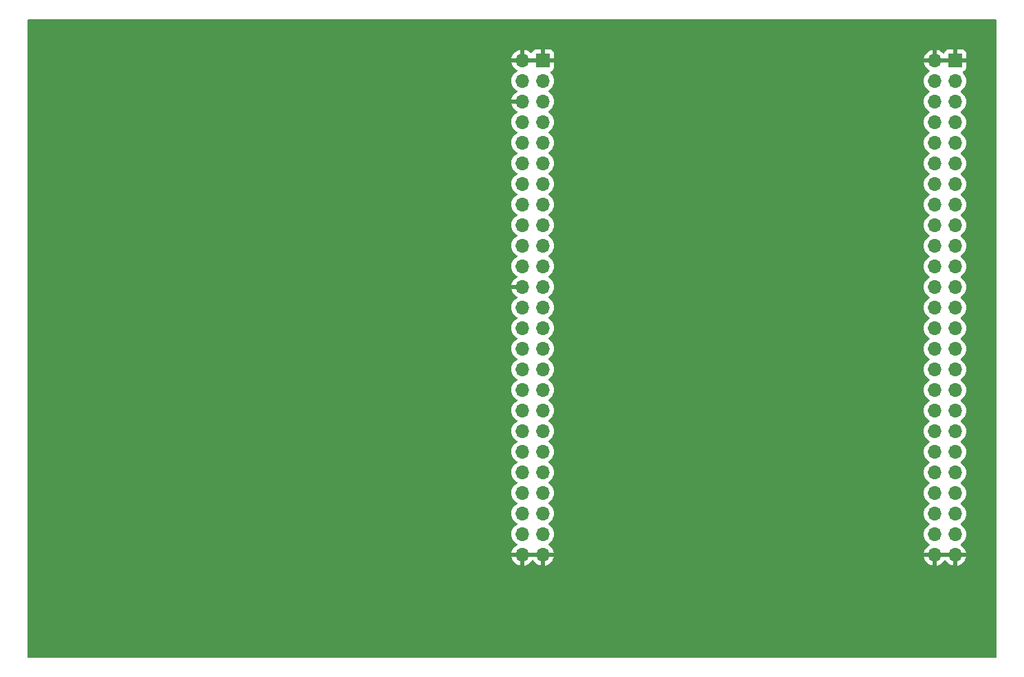
<source format=gbr>
%TF.GenerationSoftware,KiCad,Pcbnew,7.0.1*%
%TF.CreationDate,2023-05-30T20:42:55-06:00*%
%TF.ProjectId,Phase_D_STM_Shield,50686173-655f-4445-9f53-544d5f536869,rev?*%
%TF.SameCoordinates,Original*%
%TF.FileFunction,Copper,L2,Bot*%
%TF.FilePolarity,Positive*%
%FSLAX46Y46*%
G04 Gerber Fmt 4.6, Leading zero omitted, Abs format (unit mm)*
G04 Created by KiCad (PCBNEW 7.0.1) date 2023-05-30 20:42:55*
%MOMM*%
%LPD*%
G01*
G04 APERTURE LIST*
%TA.AperFunction,ComponentPad*%
%ADD10R,1.700000X1.700000*%
%TD*%
%TA.AperFunction,ComponentPad*%
%ADD11O,1.700000X1.700000*%
%TD*%
%TA.AperFunction,ViaPad*%
%ADD12C,0.800000*%
%TD*%
G04 APERTURE END LIST*
D10*
%TO.P,J2,1,Pin_1*%
%TO.N,GND*%
X210810000Y-43200000D03*
D11*
%TO.P,J2,2,Pin_2*%
X208270000Y-43200000D03*
%TO.P,J2,3,Pin_3*%
%TO.N,+5V*%
X210810000Y-45740000D03*
%TO.P,J2,4,Pin_4*%
X208270000Y-45740000D03*
%TO.P,J2,5,Pin_5*%
%TO.N,+3V0*%
X210810000Y-48280000D03*
%TO.P,J2,6,Pin_6*%
X208270000Y-48280000D03*
%TO.P,J2,7,Pin_7*%
%TO.N,unconnected-(J2-Pin_7-Pad7)*%
X210810000Y-50820000D03*
%TO.P,J2,8,Pin_8*%
%TO.N,unconnected-(J2-Pin_8-Pad8)*%
X208270000Y-50820000D03*
%TO.P,J2,9,Pin_9*%
%TO.N,unconnected-(J2-Pin_9-Pad9)*%
X210810000Y-53360000D03*
%TO.P,J2,10,Pin_10*%
%TO.N,unconnected-(J2-Pin_10-Pad10)*%
X208270000Y-53360000D03*
%TO.P,J2,11,Pin_11*%
%TO.N,unconnected-(J2-Pin_11-Pad11)*%
X210810000Y-55900000D03*
%TO.P,J2,12,Pin_12*%
%TO.N,unconnected-(J2-Pin_12-Pad12)*%
X208270000Y-55900000D03*
%TO.P,J2,13,Pin_13*%
%TO.N,unconnected-(J2-Pin_13-Pad13)*%
X210810000Y-58440000D03*
%TO.P,J2,14,Pin_14*%
%TO.N,unconnected-(J2-Pin_14-Pad14)*%
X208270000Y-58440000D03*
%TO.P,J2,15,Pin_15*%
%TO.N,unconnected-(J2-Pin_15-Pad15)*%
X210810000Y-60980000D03*
%TO.P,J2,16,Pin_16*%
%TO.N,unconnected-(J2-Pin_16-Pad16)*%
X208270000Y-60980000D03*
%TO.P,J2,17,Pin_17*%
%TO.N,unconnected-(J2-Pin_17-Pad17)*%
X210810000Y-63520000D03*
%TO.P,J2,18,Pin_18*%
%TO.N,unconnected-(J2-Pin_18-Pad18)*%
X208270000Y-63520000D03*
%TO.P,J2,19,Pin_19*%
%TO.N,unconnected-(J2-Pin_19-Pad19)*%
X210810000Y-66060000D03*
%TO.P,J2,20,Pin_20*%
%TO.N,unconnected-(J2-Pin_20-Pad20)*%
X208270000Y-66060000D03*
%TO.P,J2,21,Pin_21*%
%TO.N,unconnected-(J2-Pin_21-Pad21)*%
X210810000Y-68600000D03*
%TO.P,J2,22,Pin_22*%
%TO.N,unconnected-(J2-Pin_22-Pad22)*%
X208270000Y-68600000D03*
%TO.P,J2,23,Pin_23*%
%TO.N,unconnected-(J2-Pin_23-Pad23)*%
X210810000Y-71140000D03*
%TO.P,J2,24,Pin_24*%
%TO.N,unconnected-(J2-Pin_24-Pad24)*%
X208270000Y-71140000D03*
%TO.P,J2,25,Pin_25*%
%TO.N,unconnected-(J2-Pin_25-Pad25)*%
X210810000Y-73680000D03*
%TO.P,J2,26,Pin_26*%
%TO.N,unconnected-(J2-Pin_26-Pad26)*%
X208270000Y-73680000D03*
%TO.P,J2,27,Pin_27*%
%TO.N,unconnected-(J2-Pin_27-Pad27)*%
X210810000Y-76220000D03*
%TO.P,J2,28,Pin_28*%
%TO.N,unconnected-(J2-Pin_28-Pad28)*%
X208270000Y-76220000D03*
%TO.P,J2,29,Pin_29*%
%TO.N,unconnected-(J2-Pin_29-Pad29)*%
X210810000Y-78760000D03*
%TO.P,J2,30,Pin_30*%
%TO.N,unconnected-(J2-Pin_30-Pad30)*%
X208270000Y-78760000D03*
%TO.P,J2,31,Pin_31*%
%TO.N,unconnected-(J2-Pin_31-Pad31)*%
X210810000Y-81300000D03*
%TO.P,J2,32,Pin_32*%
%TO.N,unconnected-(J2-Pin_32-Pad32)*%
X208270000Y-81300000D03*
%TO.P,J2,33,Pin_33*%
%TO.N,unconnected-(J2-Pin_33-Pad33)*%
X210810000Y-83840000D03*
%TO.P,J2,34,Pin_34*%
%TO.N,unconnected-(J2-Pin_34-Pad34)*%
X208270000Y-83840000D03*
%TO.P,J2,35,Pin_35*%
%TO.N,unconnected-(J2-Pin_35-Pad35)*%
X210810000Y-86380000D03*
%TO.P,J2,36,Pin_36*%
%TO.N,unconnected-(J2-Pin_36-Pad36)*%
X208270000Y-86380000D03*
%TO.P,J2,37,Pin_37*%
%TO.N,unconnected-(J2-Pin_37-Pad37)*%
X210810000Y-88920000D03*
%TO.P,J2,38,Pin_38*%
%TO.N,unconnected-(J2-Pin_38-Pad38)*%
X208270000Y-88920000D03*
%TO.P,J2,39,Pin_39*%
%TO.N,unconnected-(J2-Pin_39-Pad39)*%
X210810000Y-91460000D03*
%TO.P,J2,40,Pin_40*%
%TO.N,unconnected-(J2-Pin_40-Pad40)*%
X208270000Y-91460000D03*
%TO.P,J2,41,Pin_41*%
%TO.N,unconnected-(J2-Pin_41-Pad41)*%
X210810000Y-94000000D03*
%TO.P,J2,42,Pin_42*%
%TO.N,unconnected-(J2-Pin_42-Pad42)*%
X208270000Y-94000000D03*
%TO.P,J2,43,Pin_43*%
%TO.N,unconnected-(J2-Pin_43-Pad43)*%
X210810000Y-96540000D03*
%TO.P,J2,44,Pin_44*%
%TO.N,unconnected-(J2-Pin_44-Pad44)*%
X208270000Y-96540000D03*
%TO.P,J2,45,Pin_45*%
%TO.N,unconnected-(J2-Pin_45-Pad45)*%
X210810000Y-99080000D03*
%TO.P,J2,46,Pin_46*%
%TO.N,unconnected-(J2-Pin_46-Pad46)*%
X208270000Y-99080000D03*
%TO.P,J2,47,Pin_47*%
%TO.N,unconnected-(J2-Pin_47-Pad47)*%
X210810000Y-101620000D03*
%TO.P,J2,48,Pin_48*%
%TO.N,unconnected-(J2-Pin_48-Pad48)*%
X208270000Y-101620000D03*
%TO.P,J2,49,Pin_49*%
%TO.N,GND*%
X210810000Y-104160000D03*
%TO.P,J2,50,Pin_50*%
X208270000Y-104160000D03*
%TD*%
D10*
%TO.P,J1,1,Pin_1*%
%TO.N,GND*%
X160020000Y-43180000D03*
D11*
%TO.P,J1,2,Pin_2*%
X157480000Y-43180000D03*
%TO.P,J1,3,Pin_3*%
%TO.N,unconnected-(J1-Pin_3-Pad3)*%
X160020000Y-45720000D03*
%TO.P,J1,4,Pin_4*%
%TO.N,unconnected-(J1-Pin_4-Pad4)*%
X157480000Y-45720000D03*
%TO.P,J1,5,Pin_5*%
%TO.N,unconnected-(J1-Pin_5-Pad5)*%
X160020000Y-48260000D03*
%TO.P,J1,6,Pin_6*%
%TO.N,GND*%
X157480000Y-48260000D03*
%TO.P,J1,7,Pin_7*%
%TO.N,unconnected-(J1-Pin_7-Pad7)*%
X160020000Y-50800000D03*
%TO.P,J1,8,Pin_8*%
%TO.N,unconnected-(J1-Pin_8-Pad8)*%
X157480000Y-50800000D03*
%TO.P,J1,9,Pin_9*%
%TO.N,unconnected-(J1-Pin_9-Pad9)*%
X160020000Y-53340000D03*
%TO.P,J1,10,Pin_10*%
%TO.N,unconnected-(J1-Pin_10-Pad10)*%
X157480000Y-53340000D03*
%TO.P,J1,11,Pin_11*%
%TO.N,unconnected-(J1-Pin_11-Pad11)*%
X160020000Y-55880000D03*
%TO.P,J1,12,Pin_12*%
%TO.N,RS*%
X157480000Y-55880000D03*
%TO.P,J1,13,Pin_13*%
%TO.N,RW*%
X160020000Y-58420000D03*
%TO.P,J1,14,Pin_14*%
%TO.N,E*%
X157480000Y-58420000D03*
%TO.P,J1,15,Pin_15*%
%TO.N,DB4*%
X160020000Y-60960000D03*
%TO.P,J1,16,Pin_16*%
%TO.N,DB5*%
X157480000Y-60960000D03*
%TO.P,J1,17,Pin_17*%
%TO.N,DB6*%
X160020000Y-63500000D03*
%TO.P,J1,18,Pin_18*%
%TO.N,DB7*%
X157480000Y-63500000D03*
%TO.P,J1,19,Pin_19*%
%TO.N,DHT*%
X160020000Y-66040000D03*
%TO.P,J1,20,Pin_20*%
%TO.N,unconnected-(J1-Pin_20-Pad20)*%
X157480000Y-66040000D03*
%TO.P,J1,21,Pin_21*%
%TO.N,unconnected-(J1-Pin_21-Pad21)*%
X160020000Y-68580000D03*
%TO.P,J1,22,Pin_22*%
%TO.N,unconnected-(J1-Pin_22-Pad22)*%
X157480000Y-68580000D03*
%TO.P,J1,23,Pin_23*%
%TO.N,unconnected-(J1-Pin_23-Pad23)*%
X160020000Y-71120000D03*
%TO.P,J1,24,Pin_24*%
%TO.N,GND*%
X157480000Y-71120000D03*
%TO.P,J1,25,Pin_25*%
%TO.N,unconnected-(J1-Pin_25-Pad25)*%
X160020000Y-73660000D03*
%TO.P,J1,26,Pin_26*%
%TO.N,unconnected-(J1-Pin_26-Pad26)*%
X157480000Y-73660000D03*
%TO.P,J1,27,Pin_27*%
%TO.N,unconnected-(J1-Pin_27-Pad27)*%
X160020000Y-76200000D03*
%TO.P,J1,28,Pin_28*%
%TO.N,unconnected-(J1-Pin_28-Pad28)*%
X157480000Y-76200000D03*
%TO.P,J1,29,Pin_29*%
%TO.N,unconnected-(J1-Pin_29-Pad29)*%
X160020000Y-78740000D03*
%TO.P,J1,30,Pin_30*%
%TO.N,unconnected-(J1-Pin_30-Pad30)*%
X157480000Y-78740000D03*
%TO.P,J1,31,Pin_31*%
%TO.N,unconnected-(J1-Pin_31-Pad31)*%
X160020000Y-81280000D03*
%TO.P,J1,32,Pin_32*%
%TO.N,unconnected-(J1-Pin_32-Pad32)*%
X157480000Y-81280000D03*
%TO.P,J1,33,Pin_33*%
%TO.N,unconnected-(J1-Pin_33-Pad33)*%
X160020000Y-83820000D03*
%TO.P,J1,34,Pin_34*%
%TO.N,unconnected-(J1-Pin_34-Pad34)*%
X157480000Y-83820000D03*
%TO.P,J1,35,Pin_35*%
%TO.N,unconnected-(J1-Pin_35-Pad35)*%
X160020000Y-86360000D03*
%TO.P,J1,36,Pin_36*%
%TO.N,unconnected-(J1-Pin_36-Pad36)*%
X157480000Y-86360000D03*
%TO.P,J1,37,Pin_37*%
%TO.N,unconnected-(J1-Pin_37-Pad37)*%
X160020000Y-88900000D03*
%TO.P,J1,38,Pin_38*%
%TO.N,unconnected-(J1-Pin_38-Pad38)*%
X157480000Y-88900000D03*
%TO.P,J1,39,Pin_39*%
%TO.N,unconnected-(J1-Pin_39-Pad39)*%
X160020000Y-91440000D03*
%TO.P,J1,40,Pin_40*%
%TO.N,unconnected-(J1-Pin_40-Pad40)*%
X157480000Y-91440000D03*
%TO.P,J1,41,Pin_41*%
%TO.N,unconnected-(J1-Pin_41-Pad41)*%
X160020000Y-93980000D03*
%TO.P,J1,42,Pin_42*%
%TO.N,unconnected-(J1-Pin_42-Pad42)*%
X157480000Y-93980000D03*
%TO.P,J1,43,Pin_43*%
%TO.N,unconnected-(J1-Pin_43-Pad43)*%
X160020000Y-96520000D03*
%TO.P,J1,44,Pin_44*%
%TO.N,unconnected-(J1-Pin_44-Pad44)*%
X157480000Y-96520000D03*
%TO.P,J1,45,Pin_45*%
%TO.N,unconnected-(J1-Pin_45-Pad45)*%
X160020000Y-99060000D03*
%TO.P,J1,46,Pin_46*%
%TO.N,unconnected-(J1-Pin_46-Pad46)*%
X157480000Y-99060000D03*
%TO.P,J1,47,Pin_47*%
%TO.N,unconnected-(J1-Pin_47-Pad47)*%
X160020000Y-101600000D03*
%TO.P,J1,48,Pin_48*%
%TO.N,unconnected-(J1-Pin_48-Pad48)*%
X157480000Y-101600000D03*
%TO.P,J1,49,Pin_49*%
%TO.N,GND*%
X160020000Y-104140000D03*
%TO.P,J1,50,Pin_50*%
X157480000Y-104140000D03*
%TD*%
D12*
%TO.N,GND*%
X132080000Y-43180000D03*
X154940000Y-73660000D03*
X154940000Y-104140000D03*
X121920000Y-99060000D03*
X111760000Y-43180000D03*
X213360000Y-104140000D03*
X213360000Y-43180000D03*
X104140000Y-81280000D03*
%TD*%
%TA.AperFunction,Conductor*%
%TO.N,GND*%
G36*
X215837500Y-38117113D02*
G01*
X215882887Y-38162500D01*
X215899500Y-38224500D01*
X215899500Y-116715500D01*
X215882887Y-116777500D01*
X215837500Y-116822887D01*
X215775500Y-116839500D01*
X96644500Y-116839500D01*
X96582500Y-116822887D01*
X96537113Y-116777500D01*
X96520500Y-116715500D01*
X96520500Y-104390000D01*
X156149364Y-104390000D01*
X156206569Y-104603492D01*
X156306399Y-104817576D01*
X156441893Y-105011081D01*
X156608918Y-105178106D01*
X156802423Y-105313600D01*
X157016507Y-105413430D01*
X157229999Y-105470635D01*
X157230000Y-105470636D01*
X157230000Y-104390000D01*
X157730000Y-104390000D01*
X157730000Y-105470635D01*
X157943492Y-105413430D01*
X158157576Y-105313600D01*
X158351081Y-105178106D01*
X158518106Y-105011081D01*
X158648425Y-104824968D01*
X158692743Y-104786103D01*
X158750000Y-104772092D01*
X158807257Y-104786103D01*
X158851575Y-104824968D01*
X158981893Y-105011081D01*
X159148918Y-105178106D01*
X159342423Y-105313600D01*
X159556507Y-105413430D01*
X159769999Y-105470635D01*
X159770000Y-105470636D01*
X159770000Y-104390000D01*
X160270000Y-104390000D01*
X160270000Y-105470635D01*
X160483492Y-105413430D01*
X160697576Y-105313600D01*
X160891081Y-105178106D01*
X161058106Y-105011081D01*
X161193600Y-104817576D01*
X161293430Y-104603492D01*
X161345277Y-104410000D01*
X206939364Y-104410000D01*
X206996569Y-104623492D01*
X207096399Y-104837576D01*
X207231893Y-105031081D01*
X207398918Y-105198106D01*
X207592423Y-105333600D01*
X207806507Y-105433430D01*
X208019999Y-105490635D01*
X208020000Y-105490636D01*
X208020000Y-104410000D01*
X208520000Y-104410000D01*
X208520000Y-105490635D01*
X208733492Y-105433430D01*
X208947576Y-105333600D01*
X209141081Y-105198106D01*
X209308106Y-105031081D01*
X209438425Y-104844968D01*
X209482743Y-104806103D01*
X209540000Y-104792092D01*
X209597257Y-104806103D01*
X209641575Y-104844968D01*
X209771893Y-105031081D01*
X209938918Y-105198106D01*
X210132423Y-105333600D01*
X210346507Y-105433430D01*
X210559999Y-105490635D01*
X210560000Y-105490636D01*
X210560000Y-104410000D01*
X211060000Y-104410000D01*
X211060000Y-105490635D01*
X211273492Y-105433430D01*
X211487576Y-105333600D01*
X211681081Y-105198106D01*
X211848106Y-105031081D01*
X211983600Y-104837576D01*
X212083430Y-104623492D01*
X212140636Y-104410000D01*
X211060000Y-104410000D01*
X210560000Y-104410000D01*
X208520000Y-104410000D01*
X208020000Y-104410000D01*
X206939364Y-104410000D01*
X161345277Y-104410000D01*
X161350636Y-104390000D01*
X160270000Y-104390000D01*
X159770000Y-104390000D01*
X157730000Y-104390000D01*
X157230000Y-104390000D01*
X156149364Y-104390000D01*
X96520500Y-104390000D01*
X96520500Y-101600000D01*
X156124340Y-101600000D01*
X156144936Y-101835407D01*
X156189709Y-102002501D01*
X156206097Y-102063663D01*
X156305965Y-102277830D01*
X156441505Y-102471401D01*
X156608599Y-102638495D01*
X156794597Y-102768732D01*
X156833460Y-102813048D01*
X156847471Y-102870305D01*
X156833461Y-102927561D01*
X156794595Y-102971880D01*
X156608919Y-103101892D01*
X156441890Y-103268921D01*
X156306400Y-103462421D01*
X156206569Y-103676507D01*
X156149364Y-103889999D01*
X156149364Y-103890000D01*
X161350636Y-103890000D01*
X161350635Y-103889999D01*
X161293430Y-103676507D01*
X161193599Y-103462421D01*
X161058109Y-103268921D01*
X160891081Y-103101893D01*
X160705404Y-102971880D01*
X160666539Y-102927562D01*
X160652528Y-102870305D01*
X160666539Y-102813048D01*
X160705402Y-102768732D01*
X160891401Y-102638495D01*
X161058495Y-102471401D01*
X161194035Y-102277830D01*
X161293903Y-102063663D01*
X161355063Y-101835408D01*
X161373909Y-101619999D01*
X206914340Y-101619999D01*
X206934936Y-101855407D01*
X206979709Y-102022502D01*
X206996097Y-102083663D01*
X207095965Y-102297830D01*
X207231505Y-102491401D01*
X207398599Y-102658495D01*
X207584597Y-102788732D01*
X207623460Y-102833048D01*
X207637471Y-102890305D01*
X207623461Y-102947561D01*
X207584595Y-102991880D01*
X207398919Y-103121892D01*
X207231890Y-103288921D01*
X207096400Y-103482421D01*
X206996569Y-103696507D01*
X206939364Y-103909999D01*
X206939364Y-103910000D01*
X212140636Y-103910000D01*
X212140635Y-103909999D01*
X212083430Y-103696507D01*
X211983599Y-103482421D01*
X211848109Y-103288921D01*
X211681081Y-103121893D01*
X211495404Y-102991880D01*
X211456539Y-102947562D01*
X211442528Y-102890305D01*
X211456539Y-102833048D01*
X211495402Y-102788732D01*
X211681401Y-102658495D01*
X211848495Y-102491401D01*
X211984035Y-102297830D01*
X212083903Y-102083663D01*
X212145063Y-101855408D01*
X212165659Y-101620000D01*
X212145063Y-101384592D01*
X212083903Y-101156337D01*
X211984035Y-100942171D01*
X211848495Y-100748599D01*
X211681401Y-100581505D01*
X211495839Y-100451573D01*
X211456975Y-100407257D01*
X211442964Y-100350000D01*
X211456975Y-100292743D01*
X211495839Y-100248426D01*
X211681401Y-100118495D01*
X211848495Y-99951401D01*
X211984035Y-99757830D01*
X212083903Y-99543663D01*
X212145063Y-99315408D01*
X212165659Y-99080000D01*
X212145063Y-98844592D01*
X212083903Y-98616337D01*
X211984035Y-98402171D01*
X211848495Y-98208599D01*
X211681401Y-98041505D01*
X211495839Y-97911573D01*
X211456975Y-97867257D01*
X211442964Y-97810000D01*
X211456975Y-97752743D01*
X211495839Y-97708426D01*
X211681401Y-97578495D01*
X211848495Y-97411401D01*
X211984035Y-97217830D01*
X212083903Y-97003663D01*
X212145063Y-96775408D01*
X212165659Y-96540000D01*
X212145063Y-96304592D01*
X212083903Y-96076337D01*
X211984035Y-95862171D01*
X211848495Y-95668599D01*
X211681401Y-95501505D01*
X211495839Y-95371573D01*
X211456974Y-95327255D01*
X211442964Y-95269999D01*
X211456975Y-95212742D01*
X211495837Y-95168428D01*
X211681401Y-95038495D01*
X211848495Y-94871401D01*
X211984035Y-94677830D01*
X212083903Y-94463663D01*
X212145063Y-94235408D01*
X212165659Y-94000000D01*
X212145063Y-93764592D01*
X212083903Y-93536337D01*
X211984035Y-93322171D01*
X211848495Y-93128599D01*
X211681401Y-92961505D01*
X211495839Y-92831573D01*
X211456974Y-92787255D01*
X211442964Y-92729999D01*
X211456975Y-92672742D01*
X211495837Y-92628428D01*
X211681401Y-92498495D01*
X211848495Y-92331401D01*
X211984035Y-92137830D01*
X212083903Y-91923663D01*
X212145063Y-91695408D01*
X212165659Y-91460000D01*
X212145063Y-91224592D01*
X212083903Y-90996337D01*
X211984035Y-90782171D01*
X211848495Y-90588599D01*
X211681401Y-90421505D01*
X211495839Y-90291573D01*
X211456974Y-90247255D01*
X211442964Y-90189999D01*
X211456975Y-90132742D01*
X211495837Y-90088428D01*
X211681401Y-89958495D01*
X211848495Y-89791401D01*
X211984035Y-89597830D01*
X212083903Y-89383663D01*
X212145063Y-89155408D01*
X212165659Y-88920000D01*
X212145063Y-88684592D01*
X212083903Y-88456337D01*
X211984035Y-88242171D01*
X211848495Y-88048599D01*
X211681401Y-87881505D01*
X211495839Y-87751573D01*
X211456975Y-87707257D01*
X211442964Y-87650000D01*
X211456975Y-87592743D01*
X211495839Y-87548426D01*
X211681401Y-87418495D01*
X211848495Y-87251401D01*
X211984035Y-87057830D01*
X212083903Y-86843663D01*
X212145063Y-86615408D01*
X212165659Y-86380000D01*
X212145063Y-86144592D01*
X212083903Y-85916337D01*
X211984035Y-85702171D01*
X211848495Y-85508599D01*
X211681401Y-85341505D01*
X211495839Y-85211573D01*
X211456974Y-85167255D01*
X211442964Y-85109999D01*
X211456975Y-85052742D01*
X211495837Y-85008428D01*
X211681401Y-84878495D01*
X211848495Y-84711401D01*
X211984035Y-84517830D01*
X212083903Y-84303663D01*
X212145063Y-84075408D01*
X212165659Y-83840000D01*
X212145063Y-83604592D01*
X212083903Y-83376337D01*
X211984035Y-83162171D01*
X211848495Y-82968599D01*
X211681401Y-82801505D01*
X211495839Y-82671573D01*
X211456975Y-82627257D01*
X211442964Y-82570000D01*
X211456975Y-82512743D01*
X211495839Y-82468426D01*
X211681401Y-82338495D01*
X211848495Y-82171401D01*
X211984035Y-81977830D01*
X212083903Y-81763663D01*
X212145063Y-81535408D01*
X212165659Y-81300000D01*
X212145063Y-81064592D01*
X212083903Y-80836337D01*
X211984035Y-80622171D01*
X211848495Y-80428599D01*
X211681401Y-80261505D01*
X211495839Y-80131573D01*
X211456975Y-80087257D01*
X211442964Y-80030000D01*
X211456975Y-79972743D01*
X211495839Y-79928426D01*
X211681401Y-79798495D01*
X211848495Y-79631401D01*
X211984035Y-79437830D01*
X212083903Y-79223663D01*
X212145063Y-78995408D01*
X212165659Y-78760000D01*
X212145063Y-78524592D01*
X212083903Y-78296337D01*
X211984035Y-78082171D01*
X211848495Y-77888599D01*
X211681401Y-77721505D01*
X211495839Y-77591573D01*
X211456975Y-77547257D01*
X211442964Y-77490000D01*
X211456975Y-77432743D01*
X211495839Y-77388426D01*
X211681401Y-77258495D01*
X211848495Y-77091401D01*
X211984035Y-76897830D01*
X212083903Y-76683663D01*
X212145063Y-76455408D01*
X212165659Y-76220000D01*
X212145063Y-75984592D01*
X212083903Y-75756337D01*
X211984035Y-75542171D01*
X211848495Y-75348599D01*
X211681401Y-75181505D01*
X211495839Y-75051573D01*
X211456975Y-75007257D01*
X211442964Y-74950000D01*
X211456975Y-74892743D01*
X211495839Y-74848426D01*
X211681401Y-74718495D01*
X211848495Y-74551401D01*
X211984035Y-74357830D01*
X212083903Y-74143663D01*
X212145063Y-73915408D01*
X212165659Y-73680000D01*
X212145063Y-73444592D01*
X212083903Y-73216337D01*
X211984035Y-73002171D01*
X211848495Y-72808599D01*
X211681401Y-72641505D01*
X211495839Y-72511573D01*
X211456976Y-72467257D01*
X211442965Y-72410000D01*
X211456976Y-72352743D01*
X211495839Y-72308426D01*
X211681401Y-72178495D01*
X211848495Y-72011401D01*
X211984035Y-71817830D01*
X212083903Y-71603663D01*
X212145063Y-71375408D01*
X212165659Y-71140000D01*
X212145063Y-70904592D01*
X212083903Y-70676337D01*
X211984035Y-70462171D01*
X211848495Y-70268599D01*
X211681401Y-70101505D01*
X211495839Y-69971573D01*
X211456975Y-69927257D01*
X211442964Y-69870000D01*
X211456975Y-69812743D01*
X211495839Y-69768426D01*
X211681401Y-69638495D01*
X211848495Y-69471401D01*
X211984035Y-69277830D01*
X212083903Y-69063663D01*
X212145063Y-68835408D01*
X212165659Y-68600000D01*
X212145063Y-68364592D01*
X212083903Y-68136337D01*
X211984035Y-67922171D01*
X211848495Y-67728599D01*
X211681401Y-67561505D01*
X211495839Y-67431573D01*
X211456975Y-67387257D01*
X211442964Y-67330000D01*
X211456975Y-67272743D01*
X211495839Y-67228426D01*
X211681401Y-67098495D01*
X211848495Y-66931401D01*
X211984035Y-66737830D01*
X212083903Y-66523663D01*
X212145063Y-66295408D01*
X212165659Y-66060000D01*
X212145063Y-65824592D01*
X212083903Y-65596337D01*
X211984035Y-65382171D01*
X211848495Y-65188599D01*
X211681401Y-65021505D01*
X211495839Y-64891573D01*
X211456974Y-64847255D01*
X211442964Y-64789999D01*
X211456975Y-64732742D01*
X211495837Y-64688428D01*
X211681401Y-64558495D01*
X211848495Y-64391401D01*
X211984035Y-64197830D01*
X212083903Y-63983663D01*
X212145063Y-63755408D01*
X212165659Y-63520000D01*
X212145063Y-63284592D01*
X212083903Y-63056337D01*
X211984035Y-62842171D01*
X211848495Y-62648599D01*
X211681401Y-62481505D01*
X211495839Y-62351573D01*
X211456975Y-62307257D01*
X211442964Y-62250000D01*
X211456975Y-62192743D01*
X211495839Y-62148426D01*
X211681401Y-62018495D01*
X211848495Y-61851401D01*
X211984035Y-61657830D01*
X212083903Y-61443663D01*
X212145063Y-61215408D01*
X212165659Y-60980000D01*
X212145063Y-60744592D01*
X212083903Y-60516337D01*
X211984035Y-60302171D01*
X211848495Y-60108599D01*
X211681401Y-59941505D01*
X211495839Y-59811573D01*
X211456975Y-59767257D01*
X211442964Y-59710000D01*
X211456975Y-59652743D01*
X211495839Y-59608426D01*
X211681401Y-59478495D01*
X211848495Y-59311401D01*
X211984035Y-59117830D01*
X212083903Y-58903663D01*
X212145063Y-58675408D01*
X212165659Y-58440000D01*
X212145063Y-58204592D01*
X212083903Y-57976337D01*
X211984035Y-57762171D01*
X211848495Y-57568599D01*
X211681401Y-57401505D01*
X211495839Y-57271573D01*
X211456976Y-57227257D01*
X211442965Y-57170000D01*
X211456976Y-57112743D01*
X211495839Y-57068426D01*
X211681401Y-56938495D01*
X211848495Y-56771401D01*
X211984035Y-56577830D01*
X212083903Y-56363663D01*
X212145063Y-56135408D01*
X212165659Y-55900000D01*
X212145063Y-55664592D01*
X212083903Y-55436337D01*
X211984035Y-55222171D01*
X211848495Y-55028599D01*
X211681401Y-54861505D01*
X211495839Y-54731573D01*
X211456974Y-54687255D01*
X211442964Y-54629999D01*
X211456975Y-54572742D01*
X211495837Y-54528428D01*
X211681401Y-54398495D01*
X211848495Y-54231401D01*
X211984035Y-54037830D01*
X212083903Y-53823663D01*
X212145063Y-53595408D01*
X212165659Y-53360000D01*
X212145063Y-53124592D01*
X212083903Y-52896337D01*
X211984035Y-52682171D01*
X211848495Y-52488599D01*
X211681401Y-52321505D01*
X211495839Y-52191573D01*
X211456975Y-52147257D01*
X211442964Y-52090000D01*
X211456975Y-52032743D01*
X211495839Y-51988426D01*
X211681401Y-51858495D01*
X211848495Y-51691401D01*
X211984035Y-51497830D01*
X212083903Y-51283663D01*
X212145063Y-51055408D01*
X212165659Y-50820000D01*
X212145063Y-50584592D01*
X212083903Y-50356337D01*
X211984035Y-50142171D01*
X211848495Y-49948599D01*
X211681401Y-49781505D01*
X211495839Y-49651573D01*
X211456975Y-49607257D01*
X211442964Y-49550000D01*
X211456975Y-49492743D01*
X211495839Y-49448426D01*
X211681401Y-49318495D01*
X211848495Y-49151401D01*
X211984035Y-48957830D01*
X212083903Y-48743663D01*
X212145063Y-48515408D01*
X212165659Y-48280000D01*
X212145063Y-48044592D01*
X212083903Y-47816337D01*
X211984035Y-47602171D01*
X211848495Y-47408599D01*
X211681401Y-47241505D01*
X211495839Y-47111573D01*
X211456974Y-47067255D01*
X211442964Y-47009999D01*
X211456975Y-46952742D01*
X211495837Y-46908428D01*
X211681401Y-46778495D01*
X211848495Y-46611401D01*
X211984035Y-46417830D01*
X212083903Y-46203663D01*
X212145063Y-45975408D01*
X212165659Y-45740000D01*
X212145063Y-45504592D01*
X212083903Y-45276337D01*
X211984035Y-45062171D01*
X211848495Y-44868599D01*
X211726181Y-44746285D01*
X211694885Y-44693539D01*
X211692696Y-44632246D01*
X211720149Y-44577401D01*
X211770528Y-44542422D01*
X211902089Y-44493352D01*
X212017188Y-44407188D01*
X212103352Y-44292089D01*
X212153597Y-44157375D01*
X212160000Y-44097824D01*
X212160000Y-43450000D01*
X206939364Y-43450000D01*
X206996569Y-43663492D01*
X207096399Y-43877576D01*
X207231893Y-44071081D01*
X207398918Y-44238106D01*
X207584595Y-44368119D01*
X207623460Y-44412437D01*
X207637471Y-44469694D01*
X207623460Y-44526951D01*
X207584595Y-44571269D01*
X207398595Y-44701508D01*
X207231505Y-44868598D01*
X207095965Y-45062170D01*
X206996097Y-45276336D01*
X206934936Y-45504592D01*
X206914340Y-45739999D01*
X206934936Y-45975407D01*
X206979709Y-46142501D01*
X206996097Y-46203663D01*
X207095965Y-46417830D01*
X207231505Y-46611401D01*
X207398599Y-46778495D01*
X207584160Y-46908426D01*
X207623024Y-46952743D01*
X207637035Y-47010000D01*
X207623024Y-47067257D01*
X207584160Y-47111574D01*
X207426610Y-47221892D01*
X207398595Y-47241508D01*
X207231505Y-47408598D01*
X207095965Y-47602170D01*
X206996097Y-47816336D01*
X206934936Y-48044592D01*
X206914340Y-48280000D01*
X206934936Y-48515407D01*
X206979709Y-48682501D01*
X206996097Y-48743663D01*
X207095965Y-48957830D01*
X207231505Y-49151401D01*
X207398599Y-49318495D01*
X207584160Y-49448426D01*
X207623024Y-49492743D01*
X207637035Y-49550000D01*
X207623024Y-49607257D01*
X207584159Y-49651575D01*
X207398595Y-49781508D01*
X207231505Y-49948598D01*
X207095965Y-50142170D01*
X206996097Y-50356336D01*
X206934936Y-50584592D01*
X206914340Y-50819999D01*
X206934936Y-51055407D01*
X206979709Y-51222501D01*
X206996097Y-51283663D01*
X207095965Y-51497830D01*
X207231505Y-51691401D01*
X207398599Y-51858495D01*
X207584160Y-51988426D01*
X207623024Y-52032743D01*
X207637035Y-52090000D01*
X207623024Y-52147257D01*
X207584159Y-52191575D01*
X207398595Y-52321508D01*
X207231505Y-52488598D01*
X207095965Y-52682170D01*
X206996097Y-52896336D01*
X206934936Y-53124592D01*
X206914340Y-53360000D01*
X206934936Y-53595407D01*
X206979709Y-53762501D01*
X206996097Y-53823663D01*
X207095965Y-54037830D01*
X207231505Y-54231401D01*
X207398599Y-54398495D01*
X207584160Y-54528426D01*
X207623024Y-54572743D01*
X207637035Y-54630000D01*
X207623024Y-54687257D01*
X207584159Y-54731575D01*
X207398595Y-54861508D01*
X207231505Y-55028598D01*
X207095965Y-55222170D01*
X206996097Y-55436336D01*
X206934936Y-55664592D01*
X206914340Y-55899999D01*
X206934936Y-56135407D01*
X206979709Y-56302502D01*
X206996097Y-56363663D01*
X207095965Y-56577830D01*
X207231505Y-56771401D01*
X207398599Y-56938495D01*
X207584160Y-57068426D01*
X207623024Y-57112743D01*
X207637035Y-57170000D01*
X207623024Y-57227257D01*
X207584159Y-57271575D01*
X207398595Y-57401508D01*
X207231505Y-57568598D01*
X207095965Y-57762170D01*
X206996097Y-57976336D01*
X206934936Y-58204592D01*
X206914340Y-58440000D01*
X206934936Y-58675407D01*
X206979709Y-58842501D01*
X206996097Y-58903663D01*
X207095965Y-59117830D01*
X207231505Y-59311401D01*
X207398599Y-59478495D01*
X207584160Y-59608426D01*
X207623024Y-59652743D01*
X207637035Y-59710000D01*
X207623024Y-59767257D01*
X207584159Y-59811575D01*
X207398595Y-59941508D01*
X207231505Y-60108598D01*
X207095965Y-60302170D01*
X206996097Y-60516336D01*
X206934936Y-60744592D01*
X206914340Y-60979999D01*
X206934936Y-61215407D01*
X206979709Y-61382502D01*
X206996097Y-61443663D01*
X207095965Y-61657830D01*
X207231505Y-61851401D01*
X207398599Y-62018495D01*
X207584160Y-62148426D01*
X207623024Y-62192743D01*
X207637035Y-62250000D01*
X207623024Y-62307257D01*
X207584159Y-62351575D01*
X207398595Y-62481508D01*
X207231505Y-62648598D01*
X207095965Y-62842170D01*
X206996097Y-63056336D01*
X206934936Y-63284592D01*
X206914340Y-63520000D01*
X206934936Y-63755407D01*
X206979709Y-63922501D01*
X206996097Y-63983663D01*
X207095965Y-64197830D01*
X207231505Y-64391401D01*
X207398599Y-64558495D01*
X207584160Y-64688426D01*
X207623024Y-64732743D01*
X207637035Y-64790000D01*
X207623024Y-64847257D01*
X207584159Y-64891575D01*
X207398595Y-65021508D01*
X207231505Y-65188598D01*
X207095965Y-65382170D01*
X206996097Y-65596336D01*
X206934936Y-65824592D01*
X206914340Y-66060000D01*
X206934936Y-66295407D01*
X206979709Y-66462501D01*
X206996097Y-66523663D01*
X207095965Y-66737830D01*
X207231505Y-66931401D01*
X207398599Y-67098495D01*
X207584160Y-67228426D01*
X207623024Y-67272743D01*
X207637035Y-67330000D01*
X207623024Y-67387257D01*
X207584159Y-67431575D01*
X207398595Y-67561508D01*
X207231505Y-67728598D01*
X207095965Y-67922170D01*
X206996097Y-68136336D01*
X206934936Y-68364592D01*
X206914340Y-68599999D01*
X206934936Y-68835407D01*
X206979709Y-69002501D01*
X206996097Y-69063663D01*
X207095965Y-69277830D01*
X207231505Y-69471401D01*
X207398599Y-69638495D01*
X207584160Y-69768426D01*
X207623024Y-69812743D01*
X207637035Y-69870000D01*
X207623024Y-69927257D01*
X207584158Y-69971575D01*
X207426610Y-70081892D01*
X207398595Y-70101508D01*
X207231505Y-70268598D01*
X207095965Y-70462170D01*
X206996097Y-70676336D01*
X206934936Y-70904592D01*
X206914340Y-71140000D01*
X206934936Y-71375407D01*
X206979709Y-71542502D01*
X206996097Y-71603663D01*
X207095965Y-71817830D01*
X207231505Y-72011401D01*
X207398599Y-72178495D01*
X207584160Y-72308426D01*
X207623024Y-72352743D01*
X207637035Y-72410000D01*
X207623024Y-72467257D01*
X207584159Y-72511575D01*
X207398595Y-72641508D01*
X207231505Y-72808598D01*
X207095965Y-73002170D01*
X206996097Y-73216336D01*
X206934936Y-73444592D01*
X206914340Y-73679999D01*
X206934936Y-73915407D01*
X206979709Y-74082501D01*
X206996097Y-74143663D01*
X207095965Y-74357830D01*
X207231505Y-74551401D01*
X207398599Y-74718495D01*
X207584160Y-74848426D01*
X207623024Y-74892743D01*
X207637035Y-74950000D01*
X207623024Y-75007257D01*
X207584159Y-75051575D01*
X207398595Y-75181508D01*
X207231505Y-75348598D01*
X207095965Y-75542170D01*
X206996097Y-75756336D01*
X206934936Y-75984592D01*
X206914340Y-76220000D01*
X206934936Y-76455407D01*
X206979709Y-76622502D01*
X206996097Y-76683663D01*
X207095965Y-76897830D01*
X207231505Y-77091401D01*
X207398599Y-77258495D01*
X207584160Y-77388426D01*
X207623024Y-77432743D01*
X207637035Y-77490000D01*
X207623024Y-77547257D01*
X207584159Y-77591575D01*
X207398595Y-77721508D01*
X207231505Y-77888598D01*
X207095965Y-78082170D01*
X206996097Y-78296336D01*
X206934936Y-78524592D01*
X206914340Y-78759999D01*
X206934936Y-78995407D01*
X206979709Y-79162502D01*
X206996097Y-79223663D01*
X207095965Y-79437830D01*
X207231505Y-79631401D01*
X207398599Y-79798495D01*
X207584160Y-79928426D01*
X207623024Y-79972743D01*
X207637035Y-80030000D01*
X207623024Y-80087257D01*
X207584159Y-80131575D01*
X207398595Y-80261508D01*
X207231505Y-80428598D01*
X207095965Y-80622170D01*
X206996097Y-80836336D01*
X206934936Y-81064592D01*
X206914340Y-81300000D01*
X206934936Y-81535407D01*
X206979709Y-81702502D01*
X206996097Y-81763663D01*
X207095965Y-81977830D01*
X207231505Y-82171401D01*
X207398599Y-82338495D01*
X207584160Y-82468426D01*
X207623024Y-82512743D01*
X207637035Y-82570000D01*
X207623024Y-82627257D01*
X207584159Y-82671575D01*
X207398595Y-82801508D01*
X207231505Y-82968598D01*
X207095965Y-83162170D01*
X206996097Y-83376336D01*
X206934936Y-83604592D01*
X206914340Y-83840000D01*
X206934936Y-84075407D01*
X206979709Y-84242501D01*
X206996097Y-84303663D01*
X207095965Y-84517830D01*
X207231505Y-84711401D01*
X207398599Y-84878495D01*
X207584160Y-85008426D01*
X207623024Y-85052743D01*
X207637035Y-85110000D01*
X207623024Y-85167257D01*
X207584159Y-85211575D01*
X207398595Y-85341508D01*
X207231505Y-85508598D01*
X207095965Y-85702170D01*
X206996097Y-85916336D01*
X206934936Y-86144592D01*
X206914340Y-86380000D01*
X206934936Y-86615407D01*
X206979709Y-86782502D01*
X206996097Y-86843663D01*
X207095965Y-87057830D01*
X207231505Y-87251401D01*
X207398599Y-87418495D01*
X207584160Y-87548426D01*
X207623024Y-87592743D01*
X207637035Y-87650000D01*
X207623024Y-87707257D01*
X207584159Y-87751575D01*
X207398595Y-87881508D01*
X207231505Y-88048598D01*
X207095965Y-88242170D01*
X206996097Y-88456336D01*
X206934936Y-88684592D01*
X206914340Y-88920000D01*
X206934936Y-89155407D01*
X206979709Y-89322501D01*
X206996097Y-89383663D01*
X207095965Y-89597830D01*
X207231505Y-89791401D01*
X207398599Y-89958495D01*
X207584160Y-90088426D01*
X207623024Y-90132743D01*
X207637035Y-90190000D01*
X207623024Y-90247257D01*
X207584159Y-90291575D01*
X207398595Y-90421508D01*
X207231505Y-90588598D01*
X207095965Y-90782170D01*
X206996097Y-90996336D01*
X206934936Y-91224592D01*
X206914340Y-91459999D01*
X206934936Y-91695407D01*
X206979709Y-91862502D01*
X206996097Y-91923663D01*
X207095965Y-92137830D01*
X207231505Y-92331401D01*
X207398599Y-92498495D01*
X207584160Y-92628426D01*
X207623024Y-92672743D01*
X207637035Y-92730000D01*
X207623024Y-92787257D01*
X207584159Y-92831575D01*
X207398595Y-92961508D01*
X207231505Y-93128598D01*
X207095965Y-93322170D01*
X206996097Y-93536336D01*
X206934936Y-93764592D01*
X206914340Y-94000000D01*
X206934936Y-94235407D01*
X206979709Y-94402501D01*
X206996097Y-94463663D01*
X207095965Y-94677830D01*
X207231505Y-94871401D01*
X207398599Y-95038495D01*
X207584160Y-95168426D01*
X207623024Y-95212743D01*
X207637035Y-95270000D01*
X207623024Y-95327257D01*
X207584159Y-95371575D01*
X207398595Y-95501508D01*
X207231505Y-95668598D01*
X207095965Y-95862170D01*
X206996097Y-96076336D01*
X206934936Y-96304592D01*
X206914340Y-96539999D01*
X206934936Y-96775407D01*
X206979709Y-96942502D01*
X206996097Y-97003663D01*
X207095965Y-97217830D01*
X207231505Y-97411401D01*
X207398599Y-97578495D01*
X207584160Y-97708426D01*
X207623024Y-97752743D01*
X207637035Y-97810000D01*
X207623024Y-97867257D01*
X207584159Y-97911575D01*
X207398595Y-98041508D01*
X207231505Y-98208598D01*
X207095965Y-98402170D01*
X206996097Y-98616336D01*
X206934936Y-98844592D01*
X206914340Y-99080000D01*
X206934936Y-99315407D01*
X206979709Y-99482502D01*
X206996097Y-99543663D01*
X207095965Y-99757830D01*
X207231505Y-99951401D01*
X207398599Y-100118495D01*
X207584160Y-100248426D01*
X207623024Y-100292743D01*
X207637035Y-100350000D01*
X207623024Y-100407257D01*
X207584159Y-100451575D01*
X207398595Y-100581508D01*
X207231505Y-100748598D01*
X207095965Y-100942170D01*
X206996097Y-101156336D01*
X206934936Y-101384592D01*
X206914340Y-101619999D01*
X161373909Y-101619999D01*
X161375659Y-101600000D01*
X161355063Y-101364592D01*
X161293903Y-101136337D01*
X161194035Y-100922171D01*
X161058495Y-100728599D01*
X160891401Y-100561505D01*
X160705839Y-100431573D01*
X160666974Y-100387255D01*
X160652964Y-100329999D01*
X160666975Y-100272742D01*
X160705837Y-100228428D01*
X160891401Y-100098495D01*
X161058495Y-99931401D01*
X161194035Y-99737830D01*
X161293903Y-99523663D01*
X161355063Y-99295408D01*
X161375659Y-99060000D01*
X161355063Y-98824592D01*
X161293903Y-98596337D01*
X161194035Y-98382171D01*
X161058495Y-98188599D01*
X160891401Y-98021505D01*
X160705839Y-97891573D01*
X160666976Y-97847257D01*
X160652965Y-97790000D01*
X160666976Y-97732743D01*
X160705839Y-97688426D01*
X160891401Y-97558495D01*
X161058495Y-97391401D01*
X161194035Y-97197830D01*
X161293903Y-96983663D01*
X161355063Y-96755408D01*
X161375659Y-96520000D01*
X161355063Y-96284592D01*
X161293903Y-96056337D01*
X161194035Y-95842171D01*
X161058495Y-95648599D01*
X160891401Y-95481505D01*
X160705839Y-95351573D01*
X160666975Y-95307257D01*
X160652964Y-95250000D01*
X160666975Y-95192743D01*
X160705839Y-95148426D01*
X160891401Y-95018495D01*
X161058495Y-94851401D01*
X161194035Y-94657830D01*
X161293903Y-94443663D01*
X161355063Y-94215408D01*
X161375659Y-93980000D01*
X161355063Y-93744592D01*
X161293903Y-93516337D01*
X161194035Y-93302171D01*
X161058495Y-93108599D01*
X160891401Y-92941505D01*
X160705839Y-92811573D01*
X160666974Y-92767255D01*
X160652964Y-92709999D01*
X160666975Y-92652742D01*
X160705837Y-92608428D01*
X160891401Y-92478495D01*
X161058495Y-92311401D01*
X161194035Y-92117830D01*
X161293903Y-91903663D01*
X161355063Y-91675408D01*
X161375659Y-91440000D01*
X161355063Y-91204592D01*
X161293903Y-90976337D01*
X161194035Y-90762171D01*
X161058495Y-90568599D01*
X160891401Y-90401505D01*
X160705839Y-90271573D01*
X160666975Y-90227257D01*
X160652964Y-90170000D01*
X160666975Y-90112743D01*
X160705839Y-90068426D01*
X160891401Y-89938495D01*
X161058495Y-89771401D01*
X161194035Y-89577830D01*
X161293903Y-89363663D01*
X161355063Y-89135408D01*
X161375659Y-88900000D01*
X161355063Y-88664592D01*
X161293903Y-88436337D01*
X161194035Y-88222171D01*
X161058495Y-88028599D01*
X160891401Y-87861505D01*
X160705839Y-87731573D01*
X160666975Y-87687257D01*
X160652964Y-87630000D01*
X160666975Y-87572743D01*
X160705839Y-87528426D01*
X160891401Y-87398495D01*
X161058495Y-87231401D01*
X161194035Y-87037830D01*
X161293903Y-86823663D01*
X161355063Y-86595408D01*
X161375659Y-86360000D01*
X161355063Y-86124592D01*
X161293903Y-85896337D01*
X161194035Y-85682171D01*
X161058495Y-85488599D01*
X160891401Y-85321505D01*
X160705839Y-85191573D01*
X160666975Y-85147257D01*
X160652964Y-85090000D01*
X160666975Y-85032743D01*
X160705839Y-84988426D01*
X160891401Y-84858495D01*
X161058495Y-84691401D01*
X161194035Y-84497830D01*
X161293903Y-84283663D01*
X161355063Y-84055408D01*
X161375659Y-83820000D01*
X161355063Y-83584592D01*
X161293903Y-83356337D01*
X161194035Y-83142171D01*
X161058495Y-82948599D01*
X160891401Y-82781505D01*
X160705839Y-82651573D01*
X160666975Y-82607257D01*
X160652964Y-82550000D01*
X160666975Y-82492743D01*
X160705839Y-82448426D01*
X160891401Y-82318495D01*
X161058495Y-82151401D01*
X161194035Y-81957830D01*
X161293903Y-81743663D01*
X161355063Y-81515408D01*
X161375659Y-81280000D01*
X161355063Y-81044592D01*
X161293903Y-80816337D01*
X161194035Y-80602171D01*
X161058495Y-80408599D01*
X160891401Y-80241505D01*
X160705839Y-80111573D01*
X160666976Y-80067257D01*
X160652965Y-80010000D01*
X160666976Y-79952743D01*
X160705839Y-79908426D01*
X160891401Y-79778495D01*
X161058495Y-79611401D01*
X161194035Y-79417830D01*
X161293903Y-79203663D01*
X161355063Y-78975408D01*
X161375659Y-78740000D01*
X161355063Y-78504592D01*
X161293903Y-78276337D01*
X161194035Y-78062171D01*
X161058495Y-77868599D01*
X160891401Y-77701505D01*
X160705839Y-77571573D01*
X160666975Y-77527257D01*
X160652964Y-77470000D01*
X160666975Y-77412743D01*
X160705839Y-77368426D01*
X160891401Y-77238495D01*
X161058495Y-77071401D01*
X161194035Y-76877830D01*
X161293903Y-76663663D01*
X161355063Y-76435408D01*
X161375659Y-76200000D01*
X161355063Y-75964592D01*
X161293903Y-75736337D01*
X161194035Y-75522171D01*
X161058495Y-75328599D01*
X160891401Y-75161505D01*
X160705839Y-75031573D01*
X160666975Y-74987257D01*
X160652964Y-74930000D01*
X160666975Y-74872743D01*
X160705839Y-74828426D01*
X160891401Y-74698495D01*
X161058495Y-74531401D01*
X161194035Y-74337830D01*
X161293903Y-74123663D01*
X161355063Y-73895408D01*
X161375659Y-73660000D01*
X161355063Y-73424592D01*
X161293903Y-73196337D01*
X161194035Y-72982171D01*
X161058495Y-72788599D01*
X160891401Y-72621505D01*
X160705839Y-72491573D01*
X160666975Y-72447257D01*
X160652964Y-72390000D01*
X160666975Y-72332743D01*
X160705839Y-72288426D01*
X160891401Y-72158495D01*
X161058495Y-71991401D01*
X161194035Y-71797830D01*
X161293903Y-71583663D01*
X161355063Y-71355408D01*
X161375659Y-71120000D01*
X161355063Y-70884592D01*
X161293903Y-70656337D01*
X161194035Y-70442171D01*
X161058495Y-70248599D01*
X160891401Y-70081505D01*
X160705839Y-69951573D01*
X160666975Y-69907257D01*
X160652964Y-69850000D01*
X160666975Y-69792743D01*
X160705839Y-69748426D01*
X160891401Y-69618495D01*
X161058495Y-69451401D01*
X161194035Y-69257830D01*
X161293903Y-69043663D01*
X161355063Y-68815408D01*
X161375659Y-68580000D01*
X161355063Y-68344592D01*
X161293903Y-68116337D01*
X161194035Y-67902171D01*
X161058495Y-67708599D01*
X160891401Y-67541505D01*
X160705839Y-67411573D01*
X160666975Y-67367257D01*
X160652964Y-67310000D01*
X160666975Y-67252743D01*
X160705839Y-67208426D01*
X160891401Y-67078495D01*
X161058495Y-66911401D01*
X161194035Y-66717830D01*
X161293903Y-66503663D01*
X161355063Y-66275408D01*
X161375659Y-66040000D01*
X161355063Y-65804592D01*
X161293903Y-65576337D01*
X161194035Y-65362171D01*
X161058495Y-65168599D01*
X160891401Y-65001505D01*
X160705839Y-64871573D01*
X160666976Y-64827257D01*
X160652965Y-64770000D01*
X160666976Y-64712743D01*
X160705839Y-64668426D01*
X160891401Y-64538495D01*
X161058495Y-64371401D01*
X161194035Y-64177830D01*
X161293903Y-63963663D01*
X161355063Y-63735408D01*
X161375659Y-63500000D01*
X161355063Y-63264592D01*
X161293903Y-63036337D01*
X161194035Y-62822171D01*
X161058495Y-62628599D01*
X160891401Y-62461505D01*
X160705839Y-62331573D01*
X160666974Y-62287255D01*
X160652964Y-62229999D01*
X160666975Y-62172742D01*
X160705837Y-62128428D01*
X160891401Y-61998495D01*
X161058495Y-61831401D01*
X161194035Y-61637830D01*
X161293903Y-61423663D01*
X161355063Y-61195408D01*
X161375659Y-60960000D01*
X161355063Y-60724592D01*
X161293903Y-60496337D01*
X161194035Y-60282171D01*
X161058495Y-60088599D01*
X160891401Y-59921505D01*
X160705839Y-59791573D01*
X160666975Y-59747257D01*
X160652964Y-59690000D01*
X160666975Y-59632743D01*
X160705839Y-59588426D01*
X160891401Y-59458495D01*
X161058495Y-59291401D01*
X161194035Y-59097830D01*
X161293903Y-58883663D01*
X161355063Y-58655408D01*
X161375659Y-58420000D01*
X161355063Y-58184592D01*
X161293903Y-57956337D01*
X161194035Y-57742171D01*
X161058495Y-57548599D01*
X160891401Y-57381505D01*
X160705839Y-57251573D01*
X160666975Y-57207257D01*
X160652964Y-57150000D01*
X160666975Y-57092743D01*
X160705839Y-57048426D01*
X160891401Y-56918495D01*
X161058495Y-56751401D01*
X161194035Y-56557830D01*
X161293903Y-56343663D01*
X161355063Y-56115408D01*
X161375659Y-55880000D01*
X161355063Y-55644592D01*
X161293903Y-55416337D01*
X161194035Y-55202171D01*
X161058495Y-55008599D01*
X160891401Y-54841505D01*
X160705839Y-54711573D01*
X160666974Y-54667255D01*
X160652964Y-54609999D01*
X160666975Y-54552742D01*
X160705837Y-54508428D01*
X160891401Y-54378495D01*
X161058495Y-54211401D01*
X161194035Y-54017830D01*
X161293903Y-53803663D01*
X161355063Y-53575408D01*
X161375659Y-53340000D01*
X161355063Y-53104592D01*
X161293903Y-52876337D01*
X161194035Y-52662171D01*
X161058495Y-52468599D01*
X160891401Y-52301505D01*
X160705839Y-52171573D01*
X160666975Y-52127257D01*
X160652964Y-52070000D01*
X160666975Y-52012743D01*
X160705839Y-51968426D01*
X160891401Y-51838495D01*
X161058495Y-51671401D01*
X161194035Y-51477830D01*
X161293903Y-51263663D01*
X161355063Y-51035408D01*
X161375659Y-50800000D01*
X161355063Y-50564592D01*
X161293903Y-50336337D01*
X161194035Y-50122171D01*
X161058495Y-49928599D01*
X160891401Y-49761505D01*
X160705839Y-49631573D01*
X160666975Y-49587257D01*
X160652964Y-49530000D01*
X160666975Y-49472743D01*
X160705839Y-49428426D01*
X160891401Y-49298495D01*
X161058495Y-49131401D01*
X161194035Y-48937830D01*
X161293903Y-48723663D01*
X161355063Y-48495408D01*
X161375659Y-48260000D01*
X161355063Y-48024592D01*
X161293903Y-47796337D01*
X161194035Y-47582171D01*
X161058495Y-47388599D01*
X160891401Y-47221505D01*
X160705839Y-47091573D01*
X160666975Y-47047257D01*
X160652964Y-46990000D01*
X160666975Y-46932743D01*
X160705839Y-46888426D01*
X160891401Y-46758495D01*
X161058495Y-46591401D01*
X161194035Y-46397830D01*
X161293903Y-46183663D01*
X161355063Y-45955408D01*
X161375659Y-45720000D01*
X161355063Y-45484592D01*
X161293903Y-45256337D01*
X161194035Y-45042171D01*
X161058495Y-44848599D01*
X160936181Y-44726284D01*
X160904885Y-44673539D01*
X160902696Y-44612246D01*
X160930149Y-44557401D01*
X160980528Y-44522422D01*
X161112089Y-44473352D01*
X161227188Y-44387188D01*
X161313352Y-44272089D01*
X161363597Y-44137375D01*
X161370000Y-44077824D01*
X161370000Y-43430000D01*
X156149364Y-43430000D01*
X156206569Y-43643492D01*
X156306399Y-43857576D01*
X156441893Y-44051081D01*
X156608918Y-44218106D01*
X156794595Y-44348119D01*
X156833460Y-44392437D01*
X156847471Y-44449694D01*
X156833460Y-44506951D01*
X156794595Y-44551269D01*
X156608595Y-44681508D01*
X156441505Y-44848598D01*
X156305965Y-45042170D01*
X156206097Y-45256336D01*
X156144936Y-45484592D01*
X156124340Y-45719999D01*
X156144936Y-45955407D01*
X156189709Y-46122501D01*
X156206097Y-46183663D01*
X156305965Y-46397830D01*
X156441505Y-46591401D01*
X156608599Y-46758495D01*
X156794597Y-46888732D01*
X156833460Y-46933048D01*
X156847471Y-46990305D01*
X156833461Y-47047561D01*
X156794595Y-47091880D01*
X156608919Y-47221892D01*
X156441890Y-47388921D01*
X156306400Y-47582421D01*
X156206569Y-47796507D01*
X156149364Y-48009999D01*
X156149364Y-48010000D01*
X157606000Y-48010000D01*
X157668000Y-48026613D01*
X157713387Y-48072000D01*
X157730000Y-48134000D01*
X157730000Y-48386000D01*
X157713387Y-48448000D01*
X157668000Y-48493387D01*
X157606000Y-48510000D01*
X156149364Y-48510000D01*
X156206569Y-48723492D01*
X156306399Y-48937576D01*
X156441893Y-49131081D01*
X156608918Y-49298106D01*
X156794595Y-49428119D01*
X156833460Y-49472437D01*
X156847471Y-49529694D01*
X156833460Y-49586951D01*
X156794595Y-49631269D01*
X156608595Y-49761508D01*
X156441505Y-49928598D01*
X156305965Y-50122170D01*
X156206097Y-50336336D01*
X156144936Y-50564592D01*
X156124340Y-50799999D01*
X156144936Y-51035407D01*
X156189709Y-51202501D01*
X156206097Y-51263663D01*
X156305965Y-51477830D01*
X156441505Y-51671401D01*
X156608599Y-51838495D01*
X156794160Y-51968426D01*
X156833024Y-52012743D01*
X156847035Y-52070000D01*
X156833024Y-52127257D01*
X156794159Y-52171575D01*
X156608595Y-52301508D01*
X156441505Y-52468598D01*
X156305965Y-52662170D01*
X156206097Y-52876336D01*
X156144936Y-53104592D01*
X156124340Y-53340000D01*
X156144936Y-53575407D01*
X156189709Y-53742502D01*
X156206097Y-53803663D01*
X156305965Y-54017830D01*
X156441505Y-54211401D01*
X156608599Y-54378495D01*
X156794160Y-54508426D01*
X156833024Y-54552743D01*
X156847035Y-54610000D01*
X156833024Y-54667257D01*
X156794159Y-54711575D01*
X156608595Y-54841508D01*
X156441505Y-55008598D01*
X156305965Y-55202170D01*
X156206097Y-55416336D01*
X156144936Y-55644592D01*
X156124340Y-55879999D01*
X156144936Y-56115407D01*
X156189709Y-56282502D01*
X156206097Y-56343663D01*
X156305965Y-56557830D01*
X156441505Y-56751401D01*
X156608599Y-56918495D01*
X156794160Y-57048426D01*
X156833024Y-57092743D01*
X156847035Y-57150000D01*
X156833024Y-57207257D01*
X156794159Y-57251575D01*
X156608595Y-57381508D01*
X156441505Y-57548598D01*
X156305965Y-57742170D01*
X156206097Y-57956336D01*
X156144936Y-58184592D01*
X156124340Y-58420000D01*
X156144936Y-58655407D01*
X156189709Y-58822501D01*
X156206097Y-58883663D01*
X156305965Y-59097830D01*
X156441505Y-59291401D01*
X156608599Y-59458495D01*
X156794160Y-59588426D01*
X156833024Y-59632743D01*
X156847035Y-59690000D01*
X156833024Y-59747257D01*
X156794159Y-59791575D01*
X156608595Y-59921508D01*
X156441505Y-60088598D01*
X156305965Y-60282170D01*
X156206097Y-60496336D01*
X156144936Y-60724592D01*
X156124340Y-60959999D01*
X156144936Y-61195407D01*
X156189709Y-61362502D01*
X156206097Y-61423663D01*
X156305965Y-61637830D01*
X156441505Y-61831401D01*
X156608599Y-61998495D01*
X156794160Y-62128426D01*
X156833024Y-62172743D01*
X156847035Y-62230000D01*
X156833024Y-62287257D01*
X156794159Y-62331575D01*
X156608595Y-62461508D01*
X156441505Y-62628598D01*
X156305965Y-62822170D01*
X156206097Y-63036336D01*
X156144936Y-63264592D01*
X156124340Y-63500000D01*
X156144936Y-63735407D01*
X156189709Y-63902501D01*
X156206097Y-63963663D01*
X156305965Y-64177830D01*
X156441505Y-64371401D01*
X156608599Y-64538495D01*
X156794160Y-64668426D01*
X156833024Y-64712743D01*
X156847035Y-64770000D01*
X156833024Y-64827257D01*
X156794159Y-64871575D01*
X156608595Y-65001508D01*
X156441505Y-65168598D01*
X156305965Y-65362170D01*
X156206097Y-65576336D01*
X156144936Y-65804592D01*
X156124340Y-66040000D01*
X156144936Y-66275407D01*
X156189709Y-66442501D01*
X156206097Y-66503663D01*
X156305965Y-66717830D01*
X156441505Y-66911401D01*
X156608599Y-67078495D01*
X156794160Y-67208426D01*
X156833024Y-67252743D01*
X156847035Y-67310000D01*
X156833024Y-67367257D01*
X156794159Y-67411575D01*
X156608595Y-67541508D01*
X156441505Y-67708598D01*
X156305965Y-67902170D01*
X156206097Y-68116336D01*
X156144936Y-68344592D01*
X156124340Y-68579999D01*
X156144936Y-68815407D01*
X156189709Y-68982501D01*
X156206097Y-69043663D01*
X156305965Y-69257830D01*
X156441505Y-69451401D01*
X156608599Y-69618495D01*
X156794597Y-69748732D01*
X156833460Y-69793048D01*
X156847471Y-69850305D01*
X156833461Y-69907561D01*
X156794595Y-69951880D01*
X156608919Y-70081892D01*
X156441890Y-70248921D01*
X156306400Y-70442421D01*
X156206569Y-70656507D01*
X156149364Y-70869999D01*
X156149364Y-70870000D01*
X157606000Y-70870000D01*
X157668000Y-70886613D01*
X157713387Y-70932000D01*
X157730000Y-70994000D01*
X157730000Y-71246000D01*
X157713387Y-71308000D01*
X157668000Y-71353387D01*
X157606000Y-71370000D01*
X156149364Y-71370000D01*
X156206569Y-71583492D01*
X156306399Y-71797576D01*
X156441893Y-71991081D01*
X156608918Y-72158106D01*
X156794595Y-72288119D01*
X156833460Y-72332437D01*
X156847471Y-72389694D01*
X156833460Y-72446951D01*
X156794595Y-72491269D01*
X156608595Y-72621508D01*
X156441505Y-72788598D01*
X156305965Y-72982170D01*
X156206097Y-73196336D01*
X156144936Y-73424592D01*
X156124340Y-73659999D01*
X156144936Y-73895407D01*
X156189709Y-74062501D01*
X156206097Y-74123663D01*
X156305965Y-74337830D01*
X156441505Y-74531401D01*
X156608599Y-74698495D01*
X156794160Y-74828426D01*
X156833024Y-74872743D01*
X156847035Y-74930000D01*
X156833024Y-74987257D01*
X156794159Y-75031575D01*
X156608595Y-75161508D01*
X156441505Y-75328598D01*
X156305965Y-75522170D01*
X156206097Y-75736336D01*
X156144936Y-75964592D01*
X156124340Y-76200000D01*
X156144936Y-76435407D01*
X156189709Y-76602502D01*
X156206097Y-76663663D01*
X156305965Y-76877830D01*
X156441505Y-77071401D01*
X156608599Y-77238495D01*
X156794160Y-77368426D01*
X156833024Y-77412743D01*
X156847035Y-77470000D01*
X156833024Y-77527257D01*
X156794159Y-77571575D01*
X156608595Y-77701508D01*
X156441505Y-77868598D01*
X156305965Y-78062170D01*
X156206097Y-78276336D01*
X156144936Y-78504592D01*
X156124340Y-78739999D01*
X156144936Y-78975407D01*
X156189709Y-79142502D01*
X156206097Y-79203663D01*
X156305965Y-79417830D01*
X156441505Y-79611401D01*
X156608599Y-79778495D01*
X156794160Y-79908426D01*
X156833024Y-79952743D01*
X156847035Y-80010000D01*
X156833024Y-80067257D01*
X156794159Y-80111575D01*
X156608595Y-80241508D01*
X156441505Y-80408598D01*
X156305965Y-80602170D01*
X156206097Y-80816336D01*
X156144936Y-81044592D01*
X156124340Y-81280000D01*
X156144936Y-81515407D01*
X156189709Y-81682502D01*
X156206097Y-81743663D01*
X156305965Y-81957830D01*
X156441505Y-82151401D01*
X156608599Y-82318495D01*
X156794160Y-82448426D01*
X156833024Y-82492743D01*
X156847035Y-82550000D01*
X156833024Y-82607257D01*
X156794159Y-82651575D01*
X156608595Y-82781508D01*
X156441505Y-82948598D01*
X156305965Y-83142170D01*
X156206097Y-83356336D01*
X156144936Y-83584592D01*
X156124340Y-83820000D01*
X156144936Y-84055407D01*
X156189709Y-84222501D01*
X156206097Y-84283663D01*
X156305965Y-84497830D01*
X156441505Y-84691401D01*
X156608599Y-84858495D01*
X156794160Y-84988426D01*
X156833024Y-85032743D01*
X156847035Y-85090000D01*
X156833024Y-85147257D01*
X156794159Y-85191575D01*
X156608595Y-85321508D01*
X156441505Y-85488598D01*
X156305965Y-85682170D01*
X156206097Y-85896336D01*
X156144936Y-86124592D01*
X156124340Y-86360000D01*
X156144936Y-86595407D01*
X156189709Y-86762502D01*
X156206097Y-86823663D01*
X156305965Y-87037830D01*
X156441505Y-87231401D01*
X156608599Y-87398495D01*
X156794160Y-87528426D01*
X156833024Y-87572743D01*
X156847035Y-87630000D01*
X156833024Y-87687257D01*
X156794159Y-87731575D01*
X156608595Y-87861508D01*
X156441505Y-88028598D01*
X156305965Y-88222170D01*
X156206097Y-88436336D01*
X156144936Y-88664592D01*
X156124340Y-88899999D01*
X156144936Y-89135407D01*
X156189709Y-89302501D01*
X156206097Y-89363663D01*
X156305965Y-89577830D01*
X156441505Y-89771401D01*
X156608599Y-89938495D01*
X156794160Y-90068426D01*
X156833024Y-90112743D01*
X156847035Y-90170000D01*
X156833024Y-90227257D01*
X156794159Y-90271575D01*
X156608595Y-90401508D01*
X156441505Y-90568598D01*
X156305965Y-90762170D01*
X156206097Y-90976336D01*
X156144936Y-91204592D01*
X156124340Y-91439999D01*
X156144936Y-91675407D01*
X156189709Y-91842502D01*
X156206097Y-91903663D01*
X156305965Y-92117830D01*
X156441505Y-92311401D01*
X156608599Y-92478495D01*
X156794160Y-92608426D01*
X156833024Y-92652743D01*
X156847035Y-92710000D01*
X156833024Y-92767257D01*
X156794159Y-92811575D01*
X156608595Y-92941508D01*
X156441505Y-93108598D01*
X156305965Y-93302170D01*
X156206097Y-93516336D01*
X156144936Y-93744592D01*
X156124340Y-93980000D01*
X156144936Y-94215407D01*
X156189709Y-94382501D01*
X156206097Y-94443663D01*
X156305965Y-94657830D01*
X156441505Y-94851401D01*
X156608599Y-95018495D01*
X156794160Y-95148426D01*
X156833024Y-95192743D01*
X156847035Y-95250000D01*
X156833024Y-95307257D01*
X156794159Y-95351575D01*
X156608595Y-95481508D01*
X156441505Y-95648598D01*
X156305965Y-95842170D01*
X156206097Y-96056336D01*
X156144936Y-96284592D01*
X156124340Y-96519999D01*
X156144936Y-96755407D01*
X156189709Y-96922501D01*
X156206097Y-96983663D01*
X156305965Y-97197830D01*
X156441505Y-97391401D01*
X156608599Y-97558495D01*
X156794160Y-97688426D01*
X156833024Y-97732743D01*
X156847035Y-97790000D01*
X156833024Y-97847257D01*
X156794159Y-97891575D01*
X156608595Y-98021508D01*
X156441505Y-98188598D01*
X156305965Y-98382170D01*
X156206097Y-98596336D01*
X156144936Y-98824592D01*
X156124340Y-99060000D01*
X156144936Y-99295407D01*
X156189709Y-99462502D01*
X156206097Y-99523663D01*
X156305965Y-99737830D01*
X156441505Y-99931401D01*
X156608599Y-100098495D01*
X156794160Y-100228426D01*
X156833024Y-100272743D01*
X156847035Y-100330000D01*
X156833024Y-100387257D01*
X156794159Y-100431575D01*
X156608595Y-100561508D01*
X156441505Y-100728598D01*
X156305965Y-100922170D01*
X156206097Y-101136336D01*
X156144936Y-101364592D01*
X156124340Y-101600000D01*
X96520500Y-101600000D01*
X96520500Y-42950000D01*
X206939364Y-42950000D01*
X208020000Y-42950000D01*
X208520000Y-42950000D01*
X210560000Y-42950000D01*
X210560000Y-41850000D01*
X211060000Y-41850000D01*
X211060000Y-42950000D01*
X212160000Y-42950000D01*
X212160000Y-42302176D01*
X212153597Y-42242624D01*
X212103352Y-42107910D01*
X212017188Y-41992811D01*
X211902089Y-41906647D01*
X211767375Y-41856402D01*
X211707824Y-41850000D01*
X211060000Y-41850000D01*
X210560000Y-41850000D01*
X209912176Y-41850000D01*
X209852624Y-41856402D01*
X209717910Y-41906647D01*
X209602811Y-41992811D01*
X209516647Y-42107911D01*
X209467385Y-42239987D01*
X209432405Y-42290366D01*
X209377561Y-42317819D01*
X209316268Y-42315630D01*
X209263522Y-42284334D01*
X209141081Y-42161893D01*
X208947576Y-42026399D01*
X208733492Y-41926569D01*
X208520000Y-41869364D01*
X208520000Y-42950000D01*
X208020000Y-42950000D01*
X208020000Y-41869364D01*
X208019999Y-41869364D01*
X207806507Y-41926569D01*
X207592421Y-42026400D01*
X207398921Y-42161890D01*
X207231890Y-42328921D01*
X207096400Y-42522421D01*
X206996569Y-42736507D01*
X206939364Y-42949999D01*
X206939364Y-42950000D01*
X96520500Y-42950000D01*
X96520500Y-42930000D01*
X156149364Y-42930000D01*
X157230000Y-42930000D01*
X157730000Y-42930000D01*
X159770000Y-42930000D01*
X159770000Y-41830000D01*
X160270000Y-41830000D01*
X160270000Y-42930000D01*
X161370000Y-42930000D01*
X161370000Y-42282176D01*
X161363597Y-42222624D01*
X161313352Y-42087910D01*
X161227188Y-41972811D01*
X161112089Y-41886647D01*
X160977375Y-41836402D01*
X160917824Y-41830000D01*
X160270000Y-41830000D01*
X159770000Y-41830000D01*
X159122176Y-41830000D01*
X159062624Y-41836402D01*
X158927910Y-41886647D01*
X158812811Y-41972811D01*
X158726647Y-42087911D01*
X158677385Y-42219987D01*
X158642405Y-42270366D01*
X158587561Y-42297819D01*
X158526268Y-42295630D01*
X158473522Y-42264334D01*
X158351081Y-42141893D01*
X158157576Y-42006399D01*
X157943492Y-41906569D01*
X157730000Y-41849364D01*
X157730000Y-42930000D01*
X157230000Y-42930000D01*
X157230000Y-41849364D01*
X157229999Y-41849364D01*
X157016507Y-41906569D01*
X156802421Y-42006400D01*
X156608921Y-42141890D01*
X156441890Y-42308921D01*
X156306400Y-42502421D01*
X156206569Y-42716507D01*
X156149364Y-42929999D01*
X156149364Y-42930000D01*
X96520500Y-42930000D01*
X96520500Y-38224500D01*
X96537113Y-38162500D01*
X96582500Y-38117113D01*
X96644500Y-38100500D01*
X215775500Y-38100500D01*
X215837500Y-38117113D01*
G37*
%TD.AperFunction*%
%TD*%
M02*

</source>
